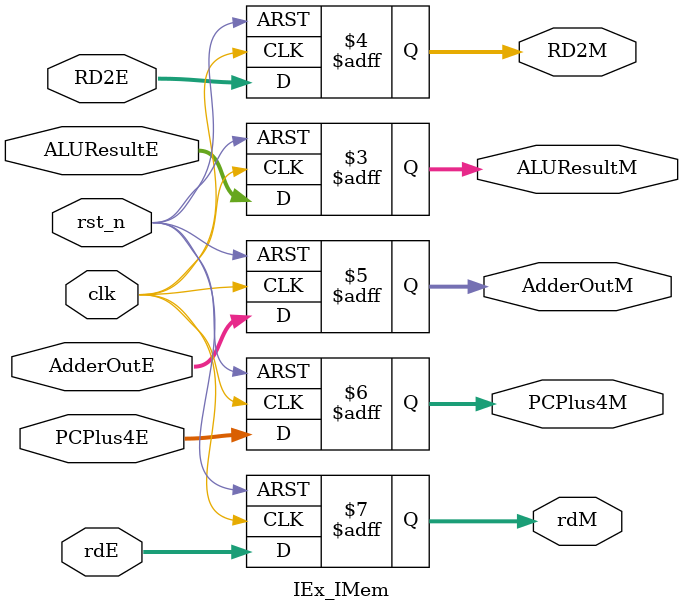
<source format=sv>
module IEx_IMem (
    input   logic           clk,
    input   logic           rst_n,
    input   logic   [31:0]  ALUResultE,
    input   logic   [31:0]  RD2E,
    input   logic   [31:0]  AdderOutE,
    input   logic   [31:0]  PCPlus4E,
    input   logic   [4:0]   rdE,
    output  logic   [31:0]  ALUResultM,
    output  logic   [31:0]  RD2M,
    output  logic   [31:0]  AdderOutM,
    output  logic   [31:0]  PCPlus4M,
    output  logic   [4:0]   rdM
);
    always_ff @(posedge clk or negedge rst_n) begin
        if (!rst_n) begin
            ALUResultM <= '0;
            RD2M       <= '0;
            AdderOutM  <= '0;
            PCPlus4M   <= '0;
            rdM        <= '0;
        end else begin
            ALUResultM <= ALUResultE;
            RD2M       <= RD2E;
            AdderOutM  <= AdderOutE;
            PCPlus4M   <= PCPlus4E;
            rdM        <= rdE;
        end
    end
endmodule
</source>
